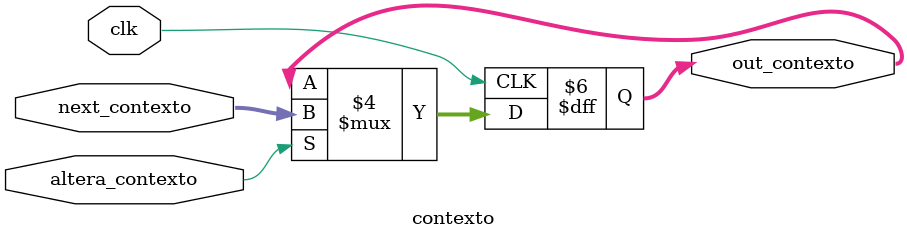
<source format=v>
module contexto(
clk,
altera_contexto,
out_contexto,
next_contexto
);

input clk;
input altera_contexto;
input [31:0] next_contexto;

output reg [31:0] out_contexto;

always @ (posedge clk) begin
	if (altera_contexto == 1'b1) begin
		out_contexto = next_contexto;
	end
end



endmodule

</source>
